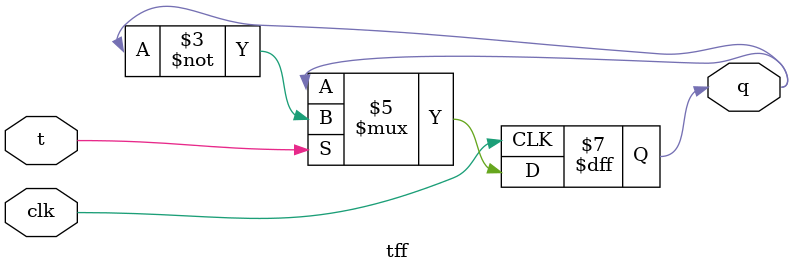
<source format=v>
module tff(input t,clk,output reg q);
  always@(posedge clk)begin
    if(t==1'b1)begin
      q<=~q;
    end
    else begin
      q<=q;
    end
  end 
endmodule 
</source>
